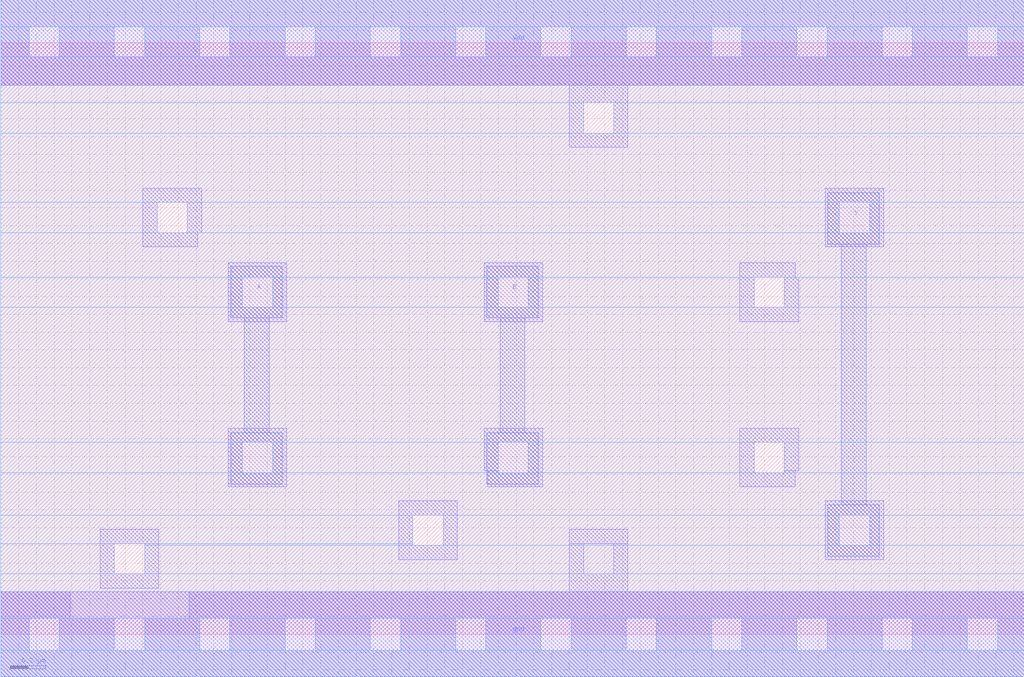
<source format=lef>
MACRO OR2X1
 CLASS CORE ;
 FOREIGN OR2X1 0 0 ;
 SIZE 5.76 BY 3.33 ;
 ORIGIN 0 0 ;
 SYMMETRY X Y R90 ;
 SITE unit ;
  PIN vdd
   DIRECTION INOUT ;
   USE POWER ;
   SHAPE ABUTMENT ;
    PORT
     CLASS CORE ;
       LAYER li1 ;
        RECT 0.00000000 3.09000000 5.76000000 3.57000000 ;
       LAYER met1 ;
        RECT 0.00000000 3.09000000 5.76000000 3.57000000 ;
    END
  END vdd

  PIN gnd
   DIRECTION INOUT ;
   USE GROUND ;
   SHAPE ABUTMENT ;
    PORT
     CLASS CORE ;
       LAYER li1 ;
        RECT 0.00000000 -0.24000000 5.76000000 0.24000000 ;
       LAYER met1 ;
        RECT 0.00000000 -0.24000000 5.76000000 0.24000000 ;
    END
  END gnd

  PIN Y
   DIRECTION INOUT ;
   USE SIGNAL ;
   SHAPE ABUTMENT ;
    PORT
     CLASS CORE ;
       LAYER met1 ;
        RECT 4.65500000 0.44000000 4.94500000 0.73000000 ;
        RECT 4.73000000 0.73000000 4.87000000 2.19500000 ;
        RECT 4.65500000 2.19500000 4.94500000 2.48500000 ;
    END
  END Y

  PIN A
   DIRECTION INOUT ;
   USE SIGNAL ;
   SHAPE ABUTMENT ;
    PORT
     CLASS CORE ;
       LAYER met1 ;
        RECT 1.29500000 0.84500000 1.58500000 1.13500000 ;
        RECT 1.37000000 1.13500000 1.51000000 1.78000000 ;
        RECT 1.29500000 1.78000000 1.58500000 2.07000000 ;
    END
  END A

  PIN B
   DIRECTION INOUT ;
   USE SIGNAL ;
   SHAPE ABUTMENT ;
    PORT
     CLASS CORE ;
       LAYER met1 ;
        RECT 2.73500000 0.84500000 3.02500000 1.13500000 ;
        RECT 2.81000000 1.13500000 2.95000000 1.78000000 ;
        RECT 2.73500000 1.78000000 3.02500000 2.07000000 ;
    END
  END B


  OBS
    LAYER locali ;
      RECT ( 0 3.42 ) ( 5.76 3.57 ) ;
      RECT ( 0 3.25 ) ( 0.16 3.42 ) ;
      RECT ( 0.33 3.25 ) ( 0.64 3.42 ) ;
      RECT ( 0.81 3.25 ) ( 1.12 3.42 ) ;
      RECT ( 1.29 3.25 ) ( 1.6 3.42 ) ;
      RECT ( 1.77 3.25 ) ( 2.08 3.42 ) ;
      RECT ( 2.25 3.25 ) ( 2.56 3.42 ) ;
      RECT ( 2.73 3.25 ) ( 3.04 3.42 ) ;
      RECT ( 3.21 3.25 ) ( 3.52 3.42 ) ;
      RECT ( 3.69 3.25 ) ( 4 3.42 ) ;
      RECT ( 4.17 3.25 ) ( 4.48 3.42 ) ;
      RECT ( 4.65 3.25 ) ( 4.96 3.42 ) ;
      RECT ( 5.13 3.25 ) ( 5.44 3.42 ) ;
      RECT ( 5.61 3.25 ) ( 5.76 3.42 ) ;
      RECT ( 0 3.09 ) ( 5.76 3.25 ) ;
      RECT ( 3.2 2.99 ) ( 3.53 3.09 ) ;
      RECT ( 3.2 2.82 ) ( 3.28 2.99 ) ;
      RECT ( 3.45 2.82 ) ( 3.53 2.99 ) ;
      RECT ( 3.2 2.74 ) ( 3.53 2.82 ) ;
      RECT ( 0.8 2.43 ) ( 1.13 2.51 ) ;
      RECT ( 0.8 2.26 ) ( 0.88 2.43 ) ;
      RECT ( 1.05 2.26 ) ( 1.13 2.43 ) ;
      RECT ( 4.64 2.43 ) ( 4.97 2.51 ) ;
      RECT ( 4.64 2.26 ) ( 4.72 2.43 ) ;
      RECT ( 4.89 2.26 ) ( 4.97 2.43 ) ;
      RECT ( 0.8 2.18 ) ( 1.11 2.26 ) ;
      RECT ( 4.64 2.18 ) ( 4.97 2.26 ) ;
      RECT ( 1.28 2.01 ) ( 1.61 2.09 ) ;
      RECT ( 1.28 1.84 ) ( 1.36 2.01 ) ;
      RECT ( 1.53 1.84 ) ( 1.61 2.01 ) ;
      RECT ( 1.28 1.76 ) ( 1.61 1.84 ) ;
      RECT ( 2.72 2.01 ) ( 3.05 2.09 ) ;
      RECT ( 2.72 1.84 ) ( 2.8 2.01 ) ;
      RECT ( 2.97 1.84 ) ( 3.05 2.01 ) ;
      RECT ( 2.72 1.76 ) ( 3.05 1.84 ) ;
      RECT ( 4.16 2.01 ) ( 4.47 2.09 ) ;
      RECT ( 4.16 1.84 ) ( 4.24 2.01 ) ;
      RECT ( 4.41 1.84 ) ( 4.49 2.01 ) ;
      RECT ( 4.16 1.76 ) ( 4.49 1.84 ) ;
      RECT ( 1.28 1.08 ) ( 1.61 1.16 ) ;
      RECT ( 1.28 0.91 ) ( 1.36 1.08 ) ;
      RECT ( 1.53 0.91 ) ( 1.61 1.08 ) ;
      RECT ( 2.72 1.08 ) ( 3.05 1.16 ) ;
      RECT ( 2.72 0.92 ) ( 2.8 1.08 ) ;
      RECT ( 1.28 0.83 ) ( 1.61 0.91 ) ;
      RECT ( 2.74 0.91 ) ( 2.8 0.92 ) ;
      RECT ( 2.97 0.91 ) ( 3.05 1.08 ) ;
      RECT ( 2.74 0.83 ) ( 3.05 0.91 ) ;
      RECT ( 4.16 1.08 ) ( 4.49 1.16 ) ;
      RECT ( 4.16 0.91 ) ( 4.24 1.08 ) ;
      RECT ( 4.41 0.92 ) ( 4.49 1.08 ) ;
      RECT ( 4.41 0.91 ) ( 4.47 0.92 ) ;
      RECT ( 4.16 0.83 ) ( 4.47 0.91 ) ;
      RECT ( 2.24 0.67 ) ( 2.57 0.75 ) ;
      RECT ( 0.56 0.51 ) ( 0.89 0.59 ) ;
      RECT ( 0.56 0.34 ) ( 0.64 0.51 ) ;
      RECT ( 0.81 0.34 ) ( 0.89 0.51 ) ;
      RECT ( 2.24 0.5 ) ( 2.32 0.67 ) ;
      RECT ( 2.49 0.5 ) ( 2.57 0.67 ) ;
      RECT ( 4.64 0.67 ) ( 4.97 0.75 ) ;
      RECT ( 2.24 0.42 ) ( 2.57 0.5 ) ;
      RECT ( 3.2 0.51 ) ( 3.53 0.59 ) ;
      RECT ( 0.56 0.26 ) ( 0.89 0.34 ) ;
      RECT ( 3.2 0.34 ) ( 3.28 0.51 ) ;
      RECT ( 3.45 0.34 ) ( 3.53 0.51 ) ;
      RECT ( 4.64 0.5 ) ( 4.72 0.67 ) ;
      RECT ( 4.89 0.5 ) ( 4.97 0.67 ) ;
      RECT ( 4.64 0.42 ) ( 4.97 0.5 ) ;
      RECT ( 3.2 0.24 ) ( 3.53 0.34 ) ;
      RECT ( 0 0.09 ) ( 0.39 0.24 ) ;
      RECT ( 1.06 0.09 ) ( 5.76 0.24 ) ;
      RECT ( 0 -0.09 ) ( 0.16 0.09 ) ;
      RECT ( 0.33 -0.09 ) ( 0.64 0.09 ) ;
      RECT ( 0.81 -0.09 ) ( 1.12 0.09 ) ;
      RECT ( 1.29 -0.09 ) ( 1.6 0.09 ) ;
      RECT ( 1.77 -0.09 ) ( 2.08 0.09 ) ;
      RECT ( 2.25 -0.09 ) ( 2.56 0.09 ) ;
      RECT ( 2.73 -0.09 ) ( 3.04 0.09 ) ;
      RECT ( 3.21 -0.09 ) ( 3.52 0.09 ) ;
      RECT ( 3.69 -0.09 ) ( 4 0.09 ) ;
      RECT ( 4.17 -0.09 ) ( 4.48 0.09 ) ;
      RECT ( 4.65 -0.09 ) ( 4.96 0.09 ) ;
      RECT ( 5.13 -0.09 ) ( 5.44 0.09 ) ;
      RECT ( 5.61 -0.09 ) ( 5.76 0.09 ) ;
      RECT ( 0 -0.24 ) ( 5.76 -0.09 ) ;
    LAYER metal1 ;
      RECT ( 0 3.42 ) ( 5.76 3.57 ) ;
      RECT ( 0 3.25 ) ( 0.16 3.42 ) ;
      RECT ( 0.33 3.25 ) ( 0.64 3.42 ) ;
      RECT ( 0.81 3.25 ) ( 1.12 3.42 ) ;
      RECT ( 1.29 3.25 ) ( 1.6 3.42 ) ;
      RECT ( 1.77 3.25 ) ( 2.08 3.42 ) ;
      RECT ( 2.25 3.25 ) ( 2.56 3.42 ) ;
      RECT ( 2.73 3.25 ) ( 3.04 3.42 ) ;
      RECT ( 3.21 3.25 ) ( 3.52 3.42 ) ;
      RECT ( 3.69 3.25 ) ( 4 3.42 ) ;
      RECT ( 4.17 3.25 ) ( 4.48 3.42 ) ;
      RECT ( 4.65 3.25 ) ( 4.96 3.42 ) ;
      RECT ( 5.13 3.25 ) ( 5.44 3.42 ) ;
      RECT ( 5.61 3.25 ) ( 5.76 3.42 ) ;
      RECT ( 0 2.99 ) ( 5.76 3.25 ) ;
      RECT ( 0 2.82 ) ( 3.28 2.99 ) ;
      RECT ( 3.45 2.82 ) ( 5.76 2.99 ) ;
      RECT ( 0 2.43 ) ( 5.76 2.82 ) ;
      RECT ( 0 2.26 ) ( 0.88 2.43 ) ;
      RECT ( 1.05 2.26 ) ( 4.72 2.43 ) ;
      RECT ( 4.89 2.26 ) ( 5.76 2.43 ) ;
      RECT ( 0 2.01 ) ( 5.76 2.26 ) ;
      RECT ( 0 1.84 ) ( 1.36 2.01 ) ;
      RECT ( 1.53 1.84 ) ( 2.8 2.01 ) ;
      RECT ( 2.97 1.84 ) ( 4.24 2.01 ) ;
      RECT ( 4.41 1.84 ) ( 5.76 2.01 ) ;
      RECT ( 0 1.08 ) ( 5.76 1.84 ) ;
      RECT ( 0 0.91 ) ( 1.36 1.08 ) ;
      RECT ( 1.53 0.91 ) ( 2.8 1.08 ) ;
      RECT ( 2.97 0.91 ) ( 4.24 1.08 ) ;
      RECT ( 4.41 0.91 ) ( 5.76 1.08 ) ;
      RECT ( 0 0.67 ) ( 5.76 0.91 ) ;
      RECT ( 0 0.51 ) ( 2.32 0.67 ) ;
      RECT ( 0 0.34 ) ( 0.64 0.51 ) ;
      RECT ( 0.81 0.5 ) ( 2.32 0.51 ) ;
      RECT ( 2.49 0.5 ) ( 4.72 0.67 ) ;
      RECT ( 4.89 0.5 ) ( 5.76 0.67 ) ;
      RECT ( 0.81 0.34 ) ( 5.76 0.5 ) ;
      RECT ( 0 0.09 ) ( 5.76 0.34 ) ;
      RECT ( 0 -0.09 ) ( 0.16 0.09 ) ;
      RECT ( 0.33 -0.09 ) ( 0.64 0.09 ) ;
      RECT ( 0.81 -0.09 ) ( 1.12 0.09 ) ;
      RECT ( 1.29 -0.09 ) ( 1.6 0.09 ) ;
      RECT ( 1.77 -0.09 ) ( 2.08 0.09 ) ;
      RECT ( 2.25 -0.09 ) ( 2.56 0.09 ) ;
      RECT ( 2.73 -0.09 ) ( 3.04 0.09 ) ;
      RECT ( 3.21 -0.09 ) ( 3.52 0.09 ) ;
      RECT ( 3.69 -0.09 ) ( 4 0.09 ) ;
      RECT ( 4.17 -0.09 ) ( 4.48 0.09 ) ;
      RECT ( 4.65 -0.09 ) ( 4.96 0.09 ) ;
      RECT ( 5.13 -0.09 ) ( 5.44 0.09 ) ;
      RECT ( 5.61 -0.09 ) ( 5.76 0.09 ) ;
      RECT ( 0 -0.24 ) ( 5.76 -0.09 ) ;

  end
END OR2X1

</source>
